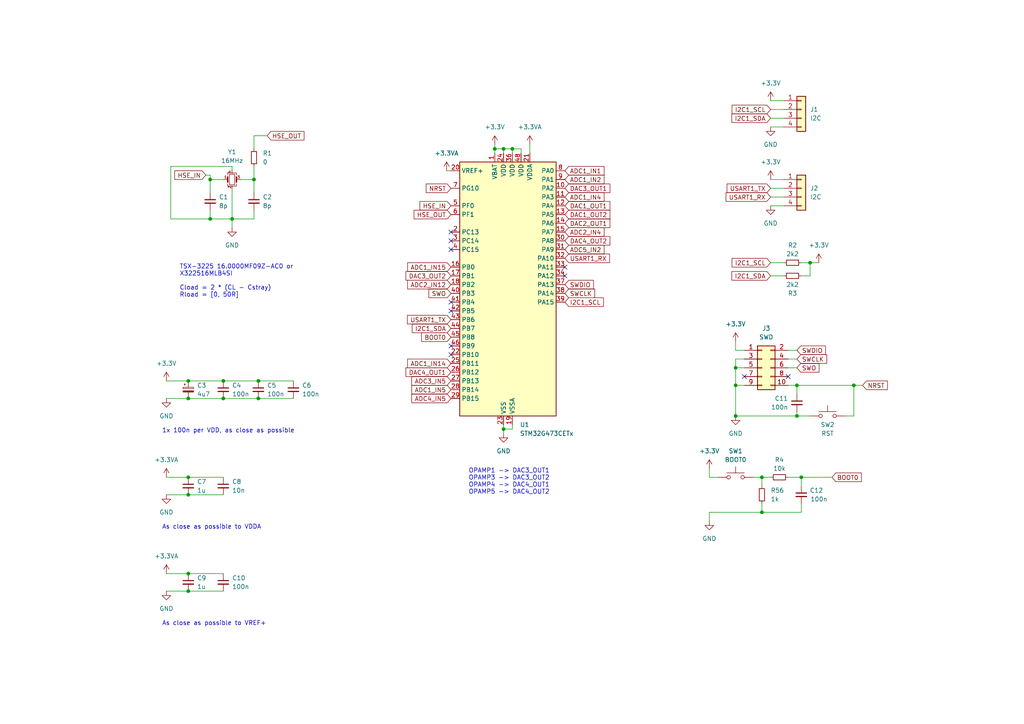
<source format=kicad_sch>
(kicad_sch (version 20230121) (generator eeschema)
  (paper "A4")
  (title_block (title "STM32 Analog Breakout") (date "2024-01-17") (rev "A"))
  (lib_symbols
    (symbol "Connector_Generic:Conn_01x04" (pin_names (offset 1.016) hide)
      (property "Reference" "J" (at 0 5.08 0))
      (property "Value" "Conn_01x04" (at 0 -7.62 0))
      (symbol "Conn_01x04_1_1"
        (rectangle (start -1.27 -4.953) (end 0 -5.207) (stroke (width 0.1524)))
        (rectangle (start -1.27 -2.413) (end 0 -2.667) (stroke (width 0.1524)))
        (rectangle (start -1.27 0.127) (end 0 -0.127) (stroke (width 0.1524)))
        (rectangle (start -1.27 2.667) (end 0 2.413) (stroke (width 0.1524)))
        (rectangle (start -1.27 3.81) (end 1.27 -6.35) (stroke (width 0.254)) (fill (type background)))
        (pin passive line (at -5.08 2.54 0) (length 3.81) (name "Pin_1") (number "1"))
        (pin passive line (at -5.08 0 0) (length 3.81) (name "Pin_2") (number "2"))
        (pin passive line (at -5.08 -2.54 0) (length 3.81) (name "Pin_3") (number "3"))
        (pin passive line (at -5.08 -5.08 0) (length 3.81) (name "Pin_4") (number "4"))
      )
    )
    (symbol "Connector_Generic:Conn_02x05_Odd_Even" (pin_names (offset 1.016) hide)
      (property "Reference" "J" (at 1.27 7.62 0))
      (property "Value" "Conn_02x05_Odd_Even" (at 1.27 -7.62 0))
      (symbol "Conn_02x05_Odd_Even_1_1"
        (rectangle (start -1.27 -4.953) (end 0 -5.207) (stroke (width 0.1524)))
        (rectangle (start -1.27 -2.413) (end 0 -2.667) (stroke (width 0.1524)))
        (rectangle (start -1.27 0.127) (end 0 -0.127) (stroke (width 0.1524)))
        (rectangle (start -1.27 2.667) (end 0 2.413) (stroke (width 0.1524)))
        (rectangle (start -1.27 5.207) (end 0 4.953) (stroke (width 0.1524)))
        (rectangle (start -1.27 6.35) (end 3.81 -6.35) (stroke (width 0.254)) (fill (type background)))
        (rectangle (start 3.81 -4.953) (end 2.54 -5.207) (stroke (width 0.1524)))
        (rectangle (start 3.81 -2.413) (end 2.54 -2.667) (stroke (width 0.1524)))
        (rectangle (start 3.81 0.127) (end 2.54 -0.127) (stroke (width 0.1524)))
        (rectangle (start 3.81 2.667) (end 2.54 2.413) (stroke (width 0.1524)))
        (rectangle (start 3.81 5.207) (end 2.54 4.953) (stroke (width 0.1524)))
        (pin passive line (at -5.08 5.08 0) (length 3.81) (name "Pin_1") (number "1"))
        (pin passive line (at 7.62 -5.08 180) (length 3.81) (name "Pin_10") (number "10"))
        (pin passive line (at 7.62 5.08 180) (length 3.81) (name "Pin_2") (number "2"))
        (pin passive line (at -5.08 2.54 0) (length 3.81) (name "Pin_3") (number "3"))
        (pin passive line (at 7.62 2.54 180) (length 3.81) (name "Pin_4") (number "4"))
        (pin passive line (at -5.08 0 0) (length 3.81) (name "Pin_5") (number "5"))
        (pin passive line (at 7.62 0 180) (length 3.81) (name "Pin_6") (number "6"))
        (pin passive line (at -5.08 -2.54 0) (length 3.81) (name "Pin_7") (number "7"))
        (pin passive line (at 7.62 -2.54 180) (length 3.81) (name "Pin_8") (number "8"))
        (pin passive line (at -5.08 -5.08 0) (length 3.81) (name "Pin_9") (number "9"))
      )
    )
    (symbol "Device:C_Polarized_Small" (pin_numbers hide) (pin_names (offset 0.254) hide)
      (property "Reference" "C" (at 0.254 1.778 0))
      (property "Value" "C_Polarized_Small" (at 0.254 -2.032 0))
      (symbol "C_Polarized_Small_0_1"
        (rectangle (start -1.524 -0.3048) (end 1.524 -0.6858) (fill (type outline)))
        (rectangle (start -1.524 0.6858) (end 1.524 0.3048))
        (polyline (pts (xy -1.27 1.524) (xy -0.762 1.524)))
        (polyline (pts (xy -1.016 1.27) (xy -1.016 1.778)))
      )
      (symbol "C_Polarized_Small_1_1"
        (pin passive line (at 0 2.54 270) (length 1.8542) (name "~") (number "1"))
        (pin passive line (at 0 -2.54 90) (length 1.8542) (name "~") (number "2"))
      )
    )
    (symbol "Device:C_Small" (pin_numbers hide) (pin_names (offset 0.254) hide)
      (property "Reference" "C" (at 0.254 1.778 0))
      (property "Value" "C_Small" (at 0.254 -2.032 0))
      (symbol "C_Small_0_1"
        (polyline (pts (xy -1.524 -0.508) (xy 1.524 -0.508)) (stroke (width 0.3302)))
        (polyline (pts (xy -1.524 0.508) (xy 1.524 0.508)) (stroke (width 0.3048)))
      )
      (symbol "C_Small_1_1"
        (pin passive line (at 0 2.54 270) (length 2.032) (name "~") (number "1"))
        (pin passive line (at 0 -2.54 90) (length 2.032) (name "~") (number "2"))
      )
    )
    (symbol "Device:Crystal_GND24_Small" (pin_names (offset 1.016) hide)
      (property "Reference" "Y" (at 1.27 4.445 0))
      (property "Value" "Crystal_GND24_Small" (at 1.27 2.54 0))
      (symbol "Crystal_GND24_Small_0_1"
        (rectangle (start -0.762 -1.524) (end 0.762 1.524))
        (polyline (pts (xy -1.27 -0.762) (xy -1.27 0.762)) (stroke (width 0.381)))
        (polyline (pts (xy 1.27 -0.762) (xy 1.27 0.762)) (stroke (width 0.381)))
        (polyline (pts (xy -1.27 -1.27) (xy -1.27 -1.905) (xy 1.27 -1.905) (xy 1.27 -1.27)))
        (polyline (pts (xy -1.27 1.27) (xy -1.27 1.905) (xy 1.27 1.905) (xy 1.27 1.27)))
      )
      (symbol "Crystal_GND24_Small_1_1"
        (pin passive line (at -2.54 0 0) (length 1.27) (name "1") (number "1"))
        (pin passive line (at 0 -2.54 90) (length 0.635) (name "2") (number "2"))
        (pin passive line (at 2.54 0 180) (length 1.27) (name "3") (number "3"))
        (pin passive line (at 0 2.54 270) (length 0.635) (name "4") (number "4"))
      )
    )
    (symbol "Device:R_Small" (pin_numbers hide) (pin_names (offset 0.254) hide)
      (property "Reference" "R" (at 0.762 0.508 0))
      (property "Value" "R_Small" (at 0.762 -1.016 0))
      (symbol "R_Small_0_1"
        (rectangle (start -0.762 1.778) (end 0.762 -1.778) (stroke (width 0.2032)))
      )
      (symbol "R_Small_1_1"
        (pin passive line (at 0 2.54 270) (length 0.762) (name "~") (number "1"))
        (pin passive line (at 0 -2.54 90) (length 0.762) (name "~") (number "2"))
      )
    )
    (symbol "MCU_ST_STM32G4:STM32G473CETx"
      (property "Reference" "U" (at -12.7 39.37 0))
      (property "Value" "STM32G473CETx" (at 10.16 39.37 0))
      (symbol "STM32G473CETx_0_1"
        (rectangle (start -12.7 -35.56) (end 15.24 38.1) (stroke (width 0.254)) (fill (type background)))
      )
      (symbol "STM32G473CETx_1_1"
        (pin power_in line (at -2.54 40.64 270) (length 2.54) (name "VBAT") (number "1"))
        (pin bidirectional line (at 17.78 30.48 180) (length 2.54) (name "PA2") (number "10"))
        (pin bidirectional line (at 17.78 27.94 180) (length 2.54) (name "PA3") (number "11"))
        (pin bidirectional line (at 17.78 25.4 180) (length 2.54) (name "PA4") (number "12"))
        (pin bidirectional line (at 17.78 22.86 180) (length 2.54) (name "PA5") (number "13"))
        (pin bidirectional line (at 17.78 20.32 180) (length 2.54) (name "PA6") (number "14"))
        (pin bidirectional line (at 17.78 17.78 180) (length 2.54) (name "PA7") (number "15"))
        (pin bidirectional line (at -15.24 7.62 0) (length 2.54) (name "PB0") (number "16"))
        (pin bidirectional line (at -15.24 5.08 0) (length 2.54) (name "PB1") (number "17"))
        (pin bidirectional line (at -15.24 2.54 0) (length 2.54) (name "PB2") (number "18"))
        (pin power_in line (at 2.54 -38.1 90) (length 2.54) (name "VSSA") (number "19"))
        (pin bidirectional line (at -15.24 17.78 0) (length 2.54) (name "PC13") (number "2"))
        (pin input line (at -15.24 35.56 0) (length 2.54) (name "VREF+") (number "20"))
        (pin power_in line (at 7.62 40.64 270) (length 2.54) (name "VDDA") (number "21"))
        (pin bidirectional line (at -15.24 -17.78 0) (length 2.54) (name "PB10") (number "22"))
        (pin power_in line (at 0 -38.1 90) (length 2.54) (name "VSS") (number "23"))
        (pin power_in line (at 0 40.64 270) (length 2.54) (name "VDD") (number "24"))
        (pin bidirectional line (at -15.24 -20.32 0) (length 2.54) (name "PB11") (number "25"))
        (pin bidirectional line (at -15.24 -22.86 0) (length 2.54) (name "PB12") (number "26"))
        (pin bidirectional line (at -15.24 -25.4 0) (length 2.54) (name "PB13") (number "27"))
        (pin bidirectional line (at -15.24 -27.94 0) (length 2.54) (name "PB14") (number "28"))
        (pin bidirectional line (at -15.24 -30.48 0) (length 2.54) (name "PB15") (number "29"))
        (pin bidirectional line (at -15.24 15.24 0) (length 2.54) (name "PC14") (number "3"))
        (pin bidirectional line (at 17.78 15.24 180) (length 2.54) (name "PA8") (number "30"))
        (pin bidirectional line (at 17.78 12.7 180) (length 2.54) (name "PA9") (number "31"))
        (pin bidirectional line (at 17.78 10.16 180) (length 2.54) (name "PA10") (number "32"))
        (pin bidirectional line (at 17.78 7.62 180) (length 2.54) (name "PA11") (number "33"))
        (pin bidirectional line (at 17.78 5.08 180) (length 2.54) (name "PA12") (number "34"))
        (pin passive line (at 0 -38.1 90) (length 2.54) hide (name "VSS") (number "35"))
        (pin power_in line (at 2.54 40.64 270) (length 2.54) (name "VDD") (number "36"))
        (pin bidirectional line (at 17.78 2.54 180) (length 2.54) (name "PA13") (number "37"))
        (pin bidirectional line (at 17.78 0 180) (length 2.54) (name "PA14") (number "38"))
        (pin bidirectional line (at 17.78 -2.54 180) (length 2.54) (name "PA15") (number "39"))
        (pin bidirectional line (at -15.24 12.7 0) (length 2.54) (name "PC15") (number "4"))
        (pin bidirectional line (at -15.24 0 0) (length 2.54) (name "PB3") (number "40"))
        (pin bidirectional line (at -15.24 -2.54 0) (length 2.54) (name "PB4") (number "41"))
        (pin bidirectional line (at -15.24 -5.08 0) (length 2.54) (name "PB5") (number "42"))
        (pin bidirectional line (at -15.24 -7.62 0) (length 2.54) (name "PB6") (number "43"))
        (pin bidirectional line (at -15.24 -10.16 0) (length 2.54) (name "PB7") (number "44"))
        (pin bidirectional line (at -15.24 -12.7 0) (length 2.54) (name "PB8") (number "45"))
        (pin bidirectional line (at -15.24 -15.24 0) (length 2.54) (name "PB9") (number "46"))
        (pin passive line (at 0 -38.1 90) (length 2.54) hide (name "VSS") (number "47"))
        (pin power_in line (at 5.08 40.64 270) (length 2.54) (name "VDD") (number "48"))
        (pin bidirectional line (at -15.24 25.4 0) (length 2.54) (name "PF0") (number "5"))
        (pin bidirectional line (at -15.24 22.86 0) (length 2.54) (name "PF1") (number "6"))
        (pin bidirectional line (at -15.24 30.48 0) (length 2.54) (name "PG10") (number "7"))
        (pin bidirectional line (at 17.78 35.56 180) (length 2.54) (name "PA0") (number "8"))
        (pin bidirectional line (at 17.78 33.02 180) (length 2.54) (name "PA1") (number "9"))
      )
    )
    (symbol "Switch:SW_Push" (pin_numbers hide) (pin_names (offset 1.016) hide)
      (property "Reference" "SW" (at 1.27 2.54 0))
      (property "Value" "SW_Push" (at 0 -1.524 0))
      (symbol "SW_Push_0_1"
        (circle (center -2.032 0) (radius 0.508))
        (polyline (pts (xy 0 1.27) (xy 0 3.048)))
        (polyline (pts (xy 2.54 1.27) (xy -2.54 1.27)))
        (circle (center 2.032 0) (radius 0.508))
        (pin passive line (at -5.08 0 0) (length 2.54) (name "1") (number "1"))
        (pin passive line (at 5.08 0 180) (length 2.54) (name "2") (number "2"))
      )
    )
    (symbol "power:+3.3V" (power) (pin_names (offset 0))
      (property "Value" "+3.3V" (at 0 3.556 0))
      (symbol "+3.3V_0_1"
        (polyline (pts (xy -0.762 1.27) (xy 0 2.54)))
        (polyline (pts (xy 0 0) (xy 0 2.54)))
        (polyline (pts (xy 0 2.54) (xy 0.762 1.27)))
      )
      (symbol "+3.3V_1_1"
        (pin power_in line (at 0 0 90) (length 0) hide (name "+3.3V") (number "1"))
      )
    )
    (symbol "power:+3.3VA" (power) (pin_names (offset 0))
      (property "Value" "+3.3VA" (at 0 3.556 0))
      (symbol "+3.3VA_0_1"
        (polyline (pts (xy -0.762 1.27) (xy 0 2.54)))
        (polyline (pts (xy 0 0) (xy 0 2.54)))
        (polyline (pts (xy 0 2.54) (xy 0.762 1.27)))
      )
      (symbol "+3.3VA_1_1"
        (pin power_in line (at 0 0 90) (length 0) hide (name "+3.3VA") (number "1"))
      )
    )
    (symbol "power:GND" (power) (pin_names (offset 0))
      (property "Value" "GND" (at 0 -3.81 0))
      (symbol "GND_0_1"
        (polyline (pts (xy 0 0) (xy 0 -1.27) (xy 1.27 -1.27) (xy 0 -2.54) (xy -1.27 -1.27) (xy 0 -1.27)))
      )
      (symbol "GND_1_1"
        (pin power_in line (at 0 0 270) (length 0) hide (name "GND") (number "1"))
      )
    )
  )
  (junction (at 146.05 124.46))
  (junction (at 54.61 166.37))
  (junction (at 146.05 43.18))
  (junction (at 232.41 138.43))
  (junction (at 64.77 110.49))
  (junction (at 74.93 110.49))
  (junction (at 67.31 63.5))
  (junction (at 54.61 115.57))
  (junction (at 220.98 148.59))
  (junction (at 143.51 43.18))
  (junction (at 54.61 138.43))
  (junction (at 231.14 111.76))
  (junction (at 60.96 63.5))
  (junction (at 234.95 76.2))
  (junction (at 60.96 52.07))
  (junction (at 148.59 43.18))
  (junction (at 220.98 138.43))
  (junction (at 247.65 111.76))
  (junction (at 231.14 120.65))
  (junction (at 64.77 115.57))
  (junction (at 73.66 52.07))
  (junction (at 213.36 106.68))
  (junction (at 213.36 111.76))
  (junction (at 74.93 115.57))
  (junction (at 54.61 143.51))
  (junction (at 54.61 171.45))
  (junction (at 54.61 110.49))
  (junction (at 213.36 120.65))
  (no_connect (at 130.81 67.31))
  (no_connect (at 130.81 69.85))
  (no_connect (at 163.83 80.01))
  (no_connect (at 130.81 100.33))
  (no_connect (at 130.81 102.87))
  (no_connect (at 163.83 77.47))
  (no_connect (at 130.81 87.63))
  (no_connect (at 130.81 90.17))
  (no_connect (at 228.6 109.22))
  (no_connect (at 215.9 109.22))
  (no_connect (at 130.81 72.39))
  (wire (pts (xy 218.44 138.43) (xy 220.98 138.43)))
  (wire (pts (xy 60.96 50.8) (xy 60.96 52.07)))
  (wire (pts (xy 232.41 138.43) (xy 232.41 140.97)))
  (wire (pts (xy 54.61 171.45) (xy 64.77 171.45)))
  (wire (pts (xy 232.41 80.01) (xy 234.95 80.01)))
  (wire (pts (xy 64.77 115.57) (xy 74.93 115.57)))
  (wire (pts (xy 73.66 52.07) (xy 73.66 55.88)))
  (wire (pts (xy 74.93 115.57) (xy 85.09 115.57)))
  (wire (pts (xy 54.61 143.51) (xy 64.77 143.51)))
  (wire (pts (xy 73.66 39.37) (xy 73.66 43.18)))
  (wire (pts (xy 64.77 110.49) (xy 74.93 110.49)))
  (wire (pts (xy 69.85 52.07) (xy 73.66 52.07)))
  (wire (pts (xy 215.9 104.14) (xy 213.36 104.14)))
  (wire (pts (xy 205.74 138.43) (xy 208.28 138.43)))
  (wire (pts (xy 223.52 36.83) (xy 227.33 36.83)))
  (wire (pts (xy 223.52 59.69) (xy 227.33 59.69)))
  (wire (pts (xy 59.69 50.8) (xy 60.96 50.8)))
  (wire (pts (xy 213.36 120.65) (xy 213.36 111.76)))
  (wire (pts (xy 231.14 119.38) (xy 231.14 120.65)))
  (wire (pts (xy 146.05 43.18) (xy 146.05 44.45)))
  (wire (pts (xy 213.36 106.68) (xy 213.36 111.76)))
  (wire (pts (xy 48.26 166.37) (xy 54.61 166.37)))
  (wire (pts (xy 146.05 43.18) (xy 148.59 43.18)))
  (wire (pts (xy 245.11 120.65) (xy 247.65 120.65)))
  (wire (pts (xy 48.26 110.49) (xy 54.61 110.49)))
  (wire (pts (xy 67.31 48.26) (xy 49.53 48.26)))
  (wire (pts (xy 146.05 124.46) (xy 148.59 124.46)))
  (wire (pts (xy 232.41 148.59) (xy 220.98 148.59)))
  (wire (pts (xy 48.26 115.57) (xy 54.61 115.57)))
  (wire (pts (xy 205.74 148.59) (xy 220.98 148.59)))
  (wire (pts (xy 228.6 106.68) (xy 231.14 106.68)))
  (wire (pts (xy 234.95 76.2) (xy 237.49 76.2)))
  (wire (pts (xy 153.67 41.91) (xy 153.67 44.45)))
  (wire (pts (xy 232.41 146.05) (xy 232.41 148.59)))
  (wire (pts (xy 77.47 39.37) (xy 73.66 39.37)))
  (wire (pts (xy 60.96 52.07) (xy 64.77 52.07)))
  (wire (pts (xy 54.61 166.37) (xy 64.77 166.37)))
  (wire (pts (xy 213.36 99.06) (xy 213.36 101.6)))
  (wire (pts (xy 223.52 57.15) (xy 227.33 57.15)))
  (wire (pts (xy 223.52 54.61) (xy 227.33 54.61)))
  (wire (pts (xy 67.31 63.5) (xy 67.31 66.04)))
  (wire (pts (xy 231.14 111.76) (xy 231.14 114.3)))
  (wire (pts (xy 148.59 43.18) (xy 151.13 43.18)))
  (wire (pts (xy 48.26 171.45) (xy 54.61 171.45)))
  (wire (pts (xy 67.31 54.61) (xy 67.31 63.5)))
  (wire (pts (xy 74.93 110.49) (xy 85.09 110.49)))
  (wire (pts (xy 54.61 138.43) (xy 64.77 138.43)))
  (wire (pts (xy 247.65 111.76) (xy 250.19 111.76)))
  (wire (pts (xy 205.74 135.89) (xy 205.74 138.43)))
  (wire (pts (xy 228.6 101.6) (xy 231.14 101.6)))
  (wire (pts (xy 223.52 29.21) (xy 227.33 29.21)))
  (wire (pts (xy 223.52 34.29) (xy 227.33 34.29)))
  (wire (pts (xy 220.98 138.43) (xy 223.52 138.43)))
  (wire (pts (xy 213.36 120.65) (xy 231.14 120.65)))
  (wire (pts (xy 228.6 138.43) (xy 232.41 138.43)))
  (wire (pts (xy 223.52 76.2) (xy 227.33 76.2)))
  (wire (pts (xy 228.6 104.14) (xy 231.14 104.14)))
  (wire (pts (xy 223.52 80.01) (xy 227.33 80.01)))
  (wire (pts (xy 129.54 49.53) (xy 130.81 49.53)))
  (wire (pts (xy 231.14 120.65) (xy 234.95 120.65)))
  (wire (pts (xy 232.41 138.43) (xy 241.3 138.43)))
  (wire (pts (xy 73.66 60.96) (xy 73.66 63.5)))
  (wire (pts (xy 247.65 120.65) (xy 247.65 111.76)))
  (wire (pts (xy 234.95 76.2) (xy 234.95 80.01)))
  (wire (pts (xy 151.13 43.18) (xy 151.13 44.45)))
  (wire (pts (xy 213.36 111.76) (xy 215.9 111.76)))
  (wire (pts (xy 143.51 41.91) (xy 143.51 43.18)))
  (wire (pts (xy 213.36 104.14) (xy 213.36 106.68)))
  (wire (pts (xy 205.74 148.59) (xy 205.74 151.13)))
  (wire (pts (xy 232.41 76.2) (xy 234.95 76.2)))
  (wire (pts (xy 146.05 123.19) (xy 146.05 124.46)))
  (wire (pts (xy 54.61 115.57) (xy 64.77 115.57)))
  (wire (pts (xy 54.61 110.49) (xy 64.77 110.49)))
  (wire (pts (xy 73.66 48.26) (xy 73.66 52.07)))
  (wire (pts (xy 49.53 63.5) (xy 49.53 48.26)))
  (wire (pts (xy 49.53 63.5) (xy 60.96 63.5)))
  (wire (pts (xy 228.6 111.76) (xy 231.14 111.76)))
  (wire (pts (xy 220.98 146.05) (xy 220.98 148.59)))
  (wire (pts (xy 146.05 124.46) (xy 146.05 125.73)))
  (wire (pts (xy 215.9 106.68) (xy 213.36 106.68)))
  (wire (pts (xy 73.66 63.5) (xy 67.31 63.5)))
  (wire (pts (xy 148.59 124.46) (xy 148.59 123.19)))
  (wire (pts (xy 60.96 60.96) (xy 60.96 63.5)))
  (wire (pts (xy 231.14 111.76) (xy 247.65 111.76)))
  (wire (pts (xy 223.52 52.07) (xy 227.33 52.07)))
  (wire (pts (xy 60.96 55.88) (xy 60.96 52.07)))
  (wire (pts (xy 143.51 43.18) (xy 143.51 44.45)))
  (wire (pts (xy 213.36 101.6) (xy 215.9 101.6)))
  (wire (pts (xy 223.52 31.75) (xy 227.33 31.75)))
  (wire (pts (xy 48.26 138.43) (xy 54.61 138.43)))
  (wire (pts (xy 220.98 138.43) (xy 220.98 140.97)))
  (wire (pts (xy 48.26 143.51) (xy 54.61 143.51)))
  (wire (pts (xy 60.96 63.5) (xy 67.31 63.5)))
  (wire (pts (xy 67.31 48.26) (xy 67.31 49.53)))
  (wire (pts (xy 143.51 43.18) (xy 146.05 43.18)))
  (wire (pts (xy 148.59 43.18) (xy 148.59 44.45)))
  (text "OPAMP1 -> DAC3_OUT1\nOPAMP3 -> DAC3_OUT2\nOPAMP4 -> DAC4_OUT1\nOPAMP5 -> DAC4_OUT2" (at 135.89 143.51 0) (effects (font (size 1.27 1.27)) (justify left bottom)))
  (text "As close as possible to VDDA" (at 46.99 153.67 0) (effects (font (size 1.27 1.27)) (justify left bottom)))
  (text "1x 100n per VDD, as close as possible" (at 46.99 125.73 0) (effects (font (size 1.27 1.27)) (justify left bottom)))
  (text "TSX-3225 16.0000MF09Z-AC0 or\nX322516MLB4SI\n\nCload = 2 * (CL - Cstray)\nRload = [0, 50R]" (at 52.07 86.36 0) (effects (font (size 1.27 1.27)) (justify left bottom)))
  (text "As close as possible to VREF+" (at 46.99 181.61 0) (effects (font (size 1.27 1.27)) (justify left bottom)))
  (global_label "SWO" (shape input) (at 231.14 106.68 0) (property "Intersheetrefs" "${INTERSHEET_REFS}" (effects hide)))
  (global_label "ADC1_IN2" (shape input) (at 163.83 52.07 0) (property "Intersheetrefs" "${INTERSHEET_REFS}" (effects hide)))
  (global_label "DAC3_OUT2" (shape input) (at 130.81 80.01 180) (property "Intersheetrefs" "${INTERSHEET_REFS}" (effects hide)))
  (global_label "BOOT0" (shape input) (at 130.81 97.79 180) (property "Intersheetrefs" "${INTERSHEET_REFS}" (effects hide)))
  (global_label "HSE_OUT" (shape input) (at 130.81 62.23 180) (property "Intersheetrefs" "${INTERSHEET_REFS}" (effects hide)))
  (global_label "I2C1_SDA" (shape input) (at 130.81 95.25 180) (property "Intersheetrefs" "${INTERSHEET_REFS}" (effects hide)))
  (global_label "ADC1_IN14" (shape input) (at 130.81 105.41 180) (property "Intersheetrefs" "${INTERSHEET_REFS}" (effects hide)))
  (global_label "SWDIO" (shape input) (at 231.14 101.6 0) (property "Intersheetrefs" "${INTERSHEET_REFS}" (effects hide)))
  (global_label "DAC4_OUT1" (shape input) (at 130.81 107.95 180) (property "Intersheetrefs" "${INTERSHEET_REFS}" (effects hide)))
  (global_label "NRST" (shape input) (at 250.19 111.76 0) (property "Intersheetrefs" "${INTERSHEET_REFS}" (effects hide)))
  (global_label "SWDIO" (shape input) (at 163.83 82.55 0) (property "Intersheetrefs" "${INTERSHEET_REFS}" (effects hide)))
  (global_label "ADC1_IN4" (shape input) (at 163.83 57.15 0) (property "Intersheetrefs" "${INTERSHEET_REFS}" (effects hide)))
  (global_label "I2C1_SCL" (shape input) (at 223.52 31.75 180) (property "Intersheetrefs" "${INTERSHEET_REFS}" (effects hide)))
  (global_label "I2C1_SCL" (shape input) (at 223.52 76.2 180) (property "Intersheetrefs" "${INTERSHEET_REFS}" (effects hide)))
  (global_label "USART1_RX" (shape input) (at 163.83 74.93 0) (property "Intersheetrefs" "${INTERSHEET_REFS}" (effects hide)))
  (global_label "USART1_RX" (shape input) (at 223.52 57.15 180) (property "Intersheetrefs" "${INTERSHEET_REFS}" (effects hide)))
  (global_label "I2C1_SCL" (shape input) (at 163.83 87.63 0) (property "Intersheetrefs" "${INTERSHEET_REFS}" (effects hide)))
  (global_label "DAC1_OUT1" (shape input) (at 163.83 59.69 0) (property "Intersheetrefs" "${INTERSHEET_REFS}" (effects hide)))
  (global_label "ADC1_IN1" (shape input) (at 163.83 49.53 0) (property "Intersheetrefs" "${INTERSHEET_REFS}" (effects hide)))
  (global_label "ADC2_IN4" (shape input) (at 163.83 67.31 0) (property "Intersheetrefs" "${INTERSHEET_REFS}" (effects hide)))
  (global_label "HSE_IN" (shape input) (at 59.69 50.8 180) (property "Intersheetrefs" "${INTERSHEET_REFS}" (effects hide)))
  (global_label "BOOT0" (shape input) (at 241.3 138.43 0) (property "Intersheetrefs" "${INTERSHEET_REFS}" (effects hide)))
  (global_label "USART1_TX" (shape input) (at 130.81 92.71 180) (property "Intersheetrefs" "${INTERSHEET_REFS}" (effects hide)))
  (global_label "ADC2_IN12" (shape input) (at 130.81 82.55 180) (property "Intersheetrefs" "${INTERSHEET_REFS}" (effects hide)))
  (global_label "ADC4_IN5" (shape input) (at 130.81 115.57 180) (property "Intersheetrefs" "${INTERSHEET_REFS}" (effects hide)))
  (global_label "ADC5_IN2" (shape input) (at 163.83 72.39 0) (property "Intersheetrefs" "${INTERSHEET_REFS}" (effects hide)))
  (global_label "SWCLK" (shape input) (at 163.83 85.09 0) (property "Intersheetrefs" "${INTERSHEET_REFS}" (effects hide)))
  (global_label "HSE_IN" (shape input) (at 130.81 59.69 180) (property "Intersheetrefs" "${INTERSHEET_REFS}" (effects hide)))
  (global_label "SWO" (shape input) (at 130.81 85.09 180) (property "Intersheetrefs" "${INTERSHEET_REFS}" (effects hide)))
  (global_label "USART1_TX" (shape input) (at 223.52 54.61 180) (property "Intersheetrefs" "${INTERSHEET_REFS}" (effects hide)))
  (global_label "ADC3_IN5" (shape input) (at 130.81 110.49 180) (property "Intersheetrefs" "${INTERSHEET_REFS}" (effects hide)))
  (global_label "DAC2_OUT1" (shape input) (at 163.83 64.77 0) (property "Intersheetrefs" "${INTERSHEET_REFS}" (effects hide)))
  (global_label "SWCLK" (shape input) (at 231.14 104.14 0) (property "Intersheetrefs" "${INTERSHEET_REFS}" (effects hide)))
  (global_label "ADC1_IN15" (shape input) (at 130.81 77.47 180) (property "Intersheetrefs" "${INTERSHEET_REFS}" (effects hide)))
  (global_label "DAC1_OUT2" (shape input) (at 163.83 62.23 0) (property "Intersheetrefs" "${INTERSHEET_REFS}" (effects hide)))
  (global_label "DAC4_OUT2" (shape input) (at 163.83 69.85 0) (property "Intersheetrefs" "${INTERSHEET_REFS}" (effects hide)))
  (global_label "I2C1_SDA" (shape input) (at 223.52 80.01 180) (property "Intersheetrefs" "${INTERSHEET_REFS}" (effects hide)))
  (global_label "I2C1_SDA" (shape input) (at 223.52 34.29 180) (property "Intersheetrefs" "${INTERSHEET_REFS}" (effects hide)))
  (global_label "NRST" (shape input) (at 130.81 54.61 180) (property "Intersheetrefs" "${INTERSHEET_REFS}" (effects hide)))
  (global_label "DAC3_OUT1" (shape input) (at 163.83 54.61 0) (property "Intersheetrefs" "${INTERSHEET_REFS}" (effects hide)))
  (global_label "ADC1_IN5" (shape input) (at 130.81 113.03 180) (property "Intersheetrefs" "${INTERSHEET_REFS}" (effects hide)))
  (global_label "HSE_OUT" (shape input) (at 77.47 39.37 0) (property "Intersheetrefs" "${INTERSHEET_REFS}" (effects hide)))
  (symbol (lib_id "Connector_Generic:Conn_02x05_Odd_Even") (at 220.98 106.68 0) (unit 1)
    (property "Reference" "J3" (at 222.25 95.25 0))
    (property "Value" "SWD" (at 222.25 97.79 0))
    (property "Footprint" "Connector_PinHeader_1.27mm:PinHeader_2x05_P1.27mm_Vertical_SMD" (effects hide))
  )
  (symbol (lib_id "Switch:SW_Push") (at 213.36 138.43 0) (unit 1)
    (property "Reference" "SW1" (at 213.36 130.81 0))
    (property "Value" "BOOT0" (at 213.36 133.35 0))
    (property "Footprint" "Button_Switch_SMD:SW_Push_1P1T_NO_6x6mm_H9.5mm" (effects hide))
    (property "Part Number" "PTS645" (effects hide))
  )
  (symbol (lib_id "MCU_ST_STM32G4:STM32G473CETx") (at 146.05 85.09 0) (unit 1)
    (property "Reference" "U1" (at 150.7841 123.19 0) (effects (justify left)))
    (property "Value" "STM32G473CETx" (at 150.7841 125.73 0) (effects (justify left)))
    (property "Footprint" "Package_QFP:LQFP-48_7x7mm_P0.5mm" (effects hide))
    (property "Datasheet" "https://www.st.com/resource/en/datasheet/stm32g473ce.pdf" (effects hide))
  )
  (symbol (lib_id "Device:R_Small") (at 229.87 80.01 270) (mirror x) (unit 1)
    (property "Reference" "R3" (at 229.87 85.09 90))
    (property "Value" "2k2" (at 229.87 82.55 90))
    (property "Footprint" "Resistor_SMD:R_0805_2012Metric_Pad1.20x1.40mm_HandSolder" (effects hide))
  )
  (symbol (lib_id "power:+3.3VA") (at 48.26 166.37 0) (unit 1)
    (property "Reference" "#PWR0109" (effects hide))
    (property "Value" "+3.3VA" (at 48.26 161.29 0))
  )
  (symbol (lib_id "power:+3.3V") (at 205.74 135.89 0) (unit 1)
    (property "Reference" "#PWR0119" (effects hide))
    (property "Value" "+3.3V" (at 205.74 130.81 0))
  )
  (symbol (lib_id "Device:C_Polarized_Small") (at 54.61 113.03 0) (unit 1)
    (property "Reference" "C3" (at 57.15 111.7663 0) (effects (justify left)))
    (property "Value" "4u7" (at 57.15 114.3063 0) (effects (justify left)))
    (property "Footprint" "Capacitor_SMD:C_0805_2012Metric_Pad1.18x1.45mm_HandSolder" (effects hide))
  )
  (symbol (lib_id "Device:C_Small") (at 85.09 113.03 0) (unit 1)
    (property "Reference" "C6" (at 87.63 111.7663 0) (effects (justify left)))
    (property "Value" "100n" (at 87.63 114.3063 0) (effects (justify left)))
    (property "Footprint" "Capacitor_SMD:C_0805_2012Metric_Pad1.18x1.45mm_HandSolder" (effects hide))
  )
  (symbol (lib_id "power:+3.3V") (at 213.36 99.06 0) (unit 1)
    (property "Reference" "#PWR0104" (effects hide))
    (property "Value" "+3.3V" (at 213.36 93.98 0))
  )
  (symbol (lib_id "power:+3.3VA") (at 129.54 49.53 0) (unit 1)
    (property "Reference" "#PWR0113" (effects hide))
    (property "Value" "+3.3VA" (at 129.54 44.45 0))
  )
  (symbol (lib_id "Connector_Generic:Conn_01x04") (at 232.41 54.61 0) (unit 1)
    (property "Reference" "J2" (at 234.95 54.61 0) (effects (justify left)))
    (property "Value" "I2C" (at 234.95 57.15 0) (effects (justify left)))
    (property "Footprint" "Connector_PinHeader_2.54mm:PinHeader_1x04_P2.54mm_Vertical" (effects hide))
  )
  (symbol (lib_id "Device:C_Small") (at 231.14 116.84 0) (mirror y) (unit 1)
    (property "Reference" "C11" (at 228.6 115.5763 0) (effects (justify left)))
    (property "Value" "100n" (at 228.6 118.1163 0) (effects (justify left)))
    (property "Footprint" "Capacitor_SMD:C_0805_2012Metric_Pad1.18x1.45mm_HandSolder" (effects hide))
  )
  (symbol (lib_id "power:+3.3V") (at 237.49 76.2 0) (unit 1)
    (property "Reference" "#PWR0114" (effects hide))
    (property "Value" "+3.3V" (at 237.49 71.12 0))
  )
  (symbol (lib_id "power:+3.3VA") (at 48.26 138.43 0) (unit 1)
    (property "Reference" "#PWR0108" (effects hide))
    (property "Value" "+3.3VA" (at 48.26 133.35 0))
  )
  (symbol (lib_id "power:GND") (at 48.26 171.45 0) (unit 1)
    (property "Reference" "#PWR0111" (effects hide))
    (property "Value" "GND" (at 48.26 176.53 0))
  )
  (symbol (lib_id "power:GND") (at 213.36 120.65 0) (unit 1)
    (property "Reference" "#PWR0103" (effects hide))
    (property "Value" "GND" (at 213.36 125.73 0))
  )
  (symbol (lib_id "Device:C_Small") (at 54.61 168.91 0) (unit 1)
    (property "Reference" "C9" (at 57.15 167.6463 0) (effects (justify left)))
    (property "Value" "1u" (at 57.15 170.1863 0) (effects (justify left)))
    (property "Footprint" "Capacitor_SMD:C_0805_2012Metric_Pad1.18x1.45mm_HandSolder" (effects hide))
  )
  (symbol (lib_id "Switch:SW_Push") (at 240.03 120.65 0) (unit 1)
    (property "Reference" "SW2" (at 240.03 123.19 0))
    (property "Value" "RST" (at 240.03 125.73 0))
    (property "Footprint" "Button_Switch_SMD:SW_Push_1P1T_NO_6x6mm_H9.5mm" (effects hide))
    (property "Part Number" "PTS645" (effects hide))
  )
  (symbol (lib_id "power:+3.3VA") (at 153.67 41.91 0) (unit 1)
    (property "Reference" "#PWR0105" (effects hide))
    (property "Value" "+3.3VA" (at 153.67 36.83 0))
  )
  (symbol (lib_id "power:GND") (at 48.26 115.57 0) (unit 1)
    (property "Reference" "#PWR0107" (effects hide))
    (property "Value" "GND" (at 48.26 120.65 0))
  )
  (symbol (lib_id "Device:R_Small") (at 226.06 138.43 270) (unit 1)
    (property "Reference" "R4" (at 226.06 133.35 90))
    (property "Value" "10k" (at 226.06 135.89 90))
    (property "Footprint" "Resistor_SMD:R_0805_2012Metric_Pad1.20x1.40mm_HandSolder" (effects hide))
  )
  (symbol (lib_id "power:GND") (at 223.52 59.69 0) (unit 1)
    (property "Reference" "#PWR0117" (effects hide))
    (property "Value" "GND" (at 223.52 64.77 0))
  )
  (symbol (lib_id "power:GND") (at 146.05 125.73 0) (unit 1)
    (property "Reference" "#PWR0112" (effects hide))
    (property "Value" "GND" (at 146.05 130.81 0))
  )
  (symbol (lib_id "Device:C_Small") (at 73.66 58.42 0) (unit 1)
    (property "Reference" "C2" (at 76.2 57.1563 0) (effects (justify left)))
    (property "Value" "8p" (at 76.2 59.6963 0) (effects (justify left)))
    (property "Footprint" "Capacitor_SMD:C_0805_2012Metric_Pad1.18x1.45mm_HandSolder" (effects hide))
  )
  (symbol (lib_id "power:GND") (at 223.52 36.83 0) (unit 1)
    (property "Reference" "#PWR0118" (effects hide))
    (property "Value" "GND" (at 223.52 41.91 0))
  )
  (symbol (lib_id "Device:C_Small") (at 60.96 58.42 0) (unit 1)
    (property "Reference" "C1" (at 63.5 57.1563 0) (effects (justify left)))
    (property "Value" "8p" (at 63.5 59.6963 0) (effects (justify left)))
    (property "Footprint" "Capacitor_SMD:C_0805_2012Metric_Pad1.18x1.45mm_HandSolder" (effects hide))
  )
  (symbol (lib_id "Device:Crystal_GND24_Small") (at 67.31 52.07 0) (unit 1)
    (property "Reference" "Y1" (at 67.31 44.0691 0))
    (property "Value" "16MHz" (at 67.31 46.6091 0))
    (property "Footprint" "Crystal:Crystal_SMD_3225-4Pin_3.2x2.5mm" (effects hide))
  )
  (symbol (lib_id "power:+3.3V") (at 223.52 52.07 0) (unit 1)
    (property "Reference" "#PWR0116" (effects hide))
    (property "Value" "+3.3V" (at 223.52 46.99 0))
  )
  (symbol (lib_id "power:GND") (at 205.74 151.13 0) (unit 1)
    (property "Reference" "#PWR0120" (effects hide))
    (property "Value" "GND" (at 205.74 156.21 0))
  )
  (symbol (lib_id "Device:R_Small") (at 229.87 76.2 270) (unit 1)
    (property "Reference" "R2" (at 229.87 71.12 90))
    (property "Value" "2k2" (at 229.87 73.66 90))
    (property "Footprint" "Resistor_SMD:R_0805_2012Metric_Pad1.20x1.40mm_HandSolder" (effects hide))
  )
  (symbol (lib_id "power:+3.3V") (at 143.51 41.91 0) (unit 1)
    (property "Reference" "#PWR0106" (effects hide))
    (property "Value" "+3.3V" (at 143.51 36.83 0))
  )
  (symbol (lib_id "Device:C_Small") (at 64.77 140.97 0) (unit 1)
    (property "Reference" "C8" (at 67.31 139.7063 0) (effects (justify left)))
    (property "Value" "10n" (at 67.31 142.2463 0) (effects (justify left)))
    (property "Footprint" "Capacitor_SMD:C_0805_2012Metric_Pad1.18x1.45mm_HandSolder" (effects hide))
  )
  (symbol (lib_id "Device:R_Small") (at 73.66 45.72 0) (unit 1)
    (property "Reference" "R1" (at 76.2 44.45 0) (effects (justify left)))
    (property "Value" "0" (at 76.2 46.99 0) (effects (justify left)))
    (property "Footprint" "Resistor_SMD:R_0805_2012Metric_Pad1.20x1.40mm_HandSolder" (effects hide))
  )
  (symbol (lib_id "Connector_Generic:Conn_01x04") (at 232.41 31.75 0) (unit 1)
    (property "Reference" "J1" (at 234.95 31.75 0) (effects (justify left)))
    (property "Value" "I2C" (at 234.95 34.29 0) (effects (justify left)))
    (property "Footprint" "Connector_PinHeader_2.54mm:PinHeader_1x04_P2.54mm_Vertical" (effects hide))
  )
  (symbol (lib_id "Device:C_Small") (at 54.61 140.97 0) (unit 1)
    (property "Reference" "C7" (at 57.15 139.7063 0) (effects (justify left)))
    (property "Value" "1u" (at 57.15 142.2463 0) (effects (justify left)))
    (property "Footprint" "Capacitor_SMD:C_0805_2012Metric_Pad1.18x1.45mm_HandSolder" (effects hide))
  )
  (symbol (lib_id "Device:R_Small") (at 220.98 143.51 0) (unit 1)
    (property "Reference" "R56" (at 223.52 142.24 0) (effects (justify left)))
    (property "Value" "1k" (at 223.52 144.78 0) (effects (justify left)))
    (property "Footprint" "Resistor_SMD:R_0805_2012Metric_Pad1.20x1.40mm_HandSolder" (effects hide))
  )
  (symbol (lib_id "power:+3.3V") (at 223.52 29.21 0) (unit 1)
    (property "Reference" "#PWR0115" (effects hide))
    (property "Value" "+3.3V" (at 223.52 24.13 0))
  )
  (symbol (lib_id "power:GND") (at 48.26 143.51 0) (unit 1)
    (property "Reference" "#PWR0110" (effects hide))
    (property "Value" "GND" (at 48.26 148.59 0))
  )
  (symbol (lib_id "Device:C_Small") (at 64.77 168.91 0) (unit 1)
    (property "Reference" "C10" (at 67.31 167.6463 0) (effects (justify left)))
    (property "Value" "100n" (at 67.31 170.1863 0) (effects (justify left)))
    (property "Footprint" "Capacitor_SMD:C_0805_2012Metric_Pad1.18x1.45mm_HandSolder" (effects hide))
  )
  (symbol (lib_id "Device:C_Small") (at 64.77 113.03 0) (unit 1)
    (property "Reference" "C4" (at 67.31 111.7663 0) (effects (justify left)))
    (property "Value" "100n" (at 67.31 114.3063 0) (effects (justify left)))
    (property "Footprint" "Capacitor_SMD:C_0805_2012Metric_Pad1.18x1.45mm_HandSolder" (effects hide))
  )
  (symbol (lib_id "Device:C_Small") (at 232.41 143.51 0) (mirror y) (unit 1)
    (property "Reference" "C12" (at 238.76 142.2463 0) (effects (justify left)))
    (property "Value" "100n" (at 240.03 144.7863 0) (effects (justify left)))
    (property "Footprint" "Capacitor_SMD:C_0805_2012Metric_Pad1.18x1.45mm_HandSolder" (effects hide))
  )
  (symbol (lib_id "Device:C_Small") (at 74.93 113.03 0) (unit 1)
    (property "Reference" "C5" (at 77.47 111.7663 0) (effects (justify left)))
    (property "Value" "100n" (at 77.47 114.3063 0) (effects (justify left)))
    (property "Footprint" "Capacitor_SMD:C_0805_2012Metric_Pad1.18x1.45mm_HandSolder" (effects hide))
  )
  (symbol (lib_id "power:GND") (at 67.31 66.04 0) (unit 1)
    (property "Reference" "#PWR0101" (effects hide))
    (property "Value" "GND" (at 67.31 71.12 0))
  )
  (symbol (lib_id "power:+3.3V") (at 48.26 110.49 0) (unit 1)
    (property "Reference" "#PWR0102" (effects hide))
    (property "Value" "+3.3V" (at 48.26 105.41 0))
  )
)
</source>
